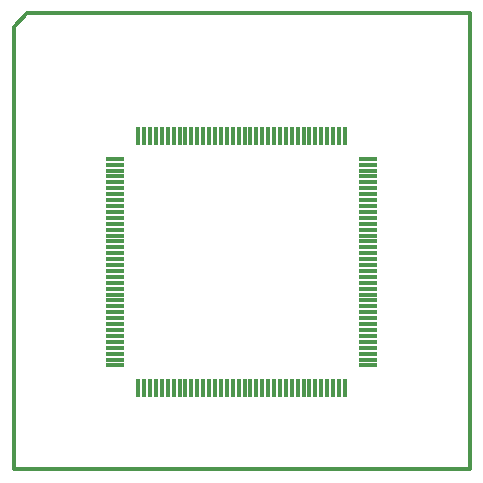
<source format=gtp>
G04 Layer_Color=8421504*
%FSLAX44Y44*%
%MOMM*%
G71*
G01*
G75*
%ADD11R,0.3000X1.5000*%
%ADD12R,1.5000X0.3000*%
%ADD14C,0.3500*%
D11*
X-87500Y89500D02*
D03*
X-82500D02*
D03*
X-77500Y89500D02*
D03*
X-72500D02*
D03*
X-67500Y89500D02*
D03*
X-62500D02*
D03*
X-57500D02*
D03*
X-52500D02*
D03*
X-47500D02*
D03*
X-42500D02*
D03*
X-37500D02*
D03*
X-32500D02*
D03*
X-27500D02*
D03*
X-22500D02*
D03*
X-17500D02*
D03*
X-12500Y89500D02*
D03*
X-7500D02*
D03*
X-2500Y89500D02*
D03*
X2500D02*
D03*
X7500D02*
D03*
X12500D02*
D03*
X17500D02*
D03*
X22500D02*
D03*
X27500Y89500D02*
D03*
X32500D02*
D03*
X37500Y89500D02*
D03*
X42500D02*
D03*
X47500D02*
D03*
X52500D02*
D03*
X57500D02*
D03*
X62500D02*
D03*
X67500D02*
D03*
X72500D02*
D03*
X77500D02*
D03*
X82500D02*
D03*
X87500D02*
D03*
Y-124500D02*
D03*
X82500D02*
D03*
X77500D02*
D03*
X72500D02*
D03*
X67500D02*
D03*
X62500D02*
D03*
X57500D02*
D03*
X52500D02*
D03*
X47500D02*
D03*
X42500D02*
D03*
X37500D02*
D03*
X32500D02*
D03*
X27500D02*
D03*
X22500D02*
D03*
X17500D02*
D03*
X12500D02*
D03*
X7500D02*
D03*
X2500D02*
D03*
X-2500D02*
D03*
X-7500D02*
D03*
X-12500D02*
D03*
X-17500D02*
D03*
X-22500D02*
D03*
X-27500D02*
D03*
X-32500D02*
D03*
X-37500D02*
D03*
X-42500D02*
D03*
X-47500D02*
D03*
X-52500D02*
D03*
X-57500D02*
D03*
X-62500D02*
D03*
X-67500D02*
D03*
X-72500D02*
D03*
X-77500D02*
D03*
X-82500D02*
D03*
X-87500D02*
D03*
D12*
X107000Y70000D02*
D03*
Y65000D02*
D03*
Y60000D02*
D03*
Y55000D02*
D03*
Y50000D02*
D03*
Y45000D02*
D03*
Y40000D02*
D03*
Y35000D02*
D03*
Y30000D02*
D03*
Y25000D02*
D03*
Y20000D02*
D03*
Y15000D02*
D03*
Y10000D02*
D03*
Y5000D02*
D03*
Y-0D02*
D03*
Y-5000D02*
D03*
Y-10000D02*
D03*
Y-15000D02*
D03*
Y-20000D02*
D03*
Y-25000D02*
D03*
Y-30000D02*
D03*
Y-35000D02*
D03*
Y-40000D02*
D03*
Y-45000D02*
D03*
Y-50000D02*
D03*
Y-55000D02*
D03*
Y-60000D02*
D03*
Y-65000D02*
D03*
Y-70000D02*
D03*
Y-75000D02*
D03*
Y-80000D02*
D03*
Y-85000D02*
D03*
Y-90000D02*
D03*
Y-95000D02*
D03*
Y-100000D02*
D03*
Y-105000D02*
D03*
X-107000D02*
D03*
Y-100000D02*
D03*
Y-95000D02*
D03*
Y-90000D02*
D03*
Y-85000D02*
D03*
Y-80000D02*
D03*
Y-75000D02*
D03*
Y-70000D02*
D03*
Y-65000D02*
D03*
Y-60000D02*
D03*
Y-55000D02*
D03*
Y-50000D02*
D03*
Y-45000D02*
D03*
Y-40000D02*
D03*
Y-35000D02*
D03*
Y-30000D02*
D03*
Y-25000D02*
D03*
Y-20000D02*
D03*
Y-15000D02*
D03*
Y-10000D02*
D03*
Y-5000D02*
D03*
Y-0D02*
D03*
Y5000D02*
D03*
Y10000D02*
D03*
Y15000D02*
D03*
Y20000D02*
D03*
Y25000D02*
D03*
Y30000D02*
D03*
Y35000D02*
D03*
Y40000D02*
D03*
Y45000D02*
D03*
Y50000D02*
D03*
Y55000D02*
D03*
Y60000D02*
D03*
Y65000D02*
D03*
Y70000D02*
D03*
D14*
X-193040Y181610D02*
X-181610Y193040D01*
X193040D01*
Y-193040D02*
Y193040D01*
X-193040Y-193040D02*
X193040D01*
X-193040D02*
Y181610D01*
M02*

</source>
